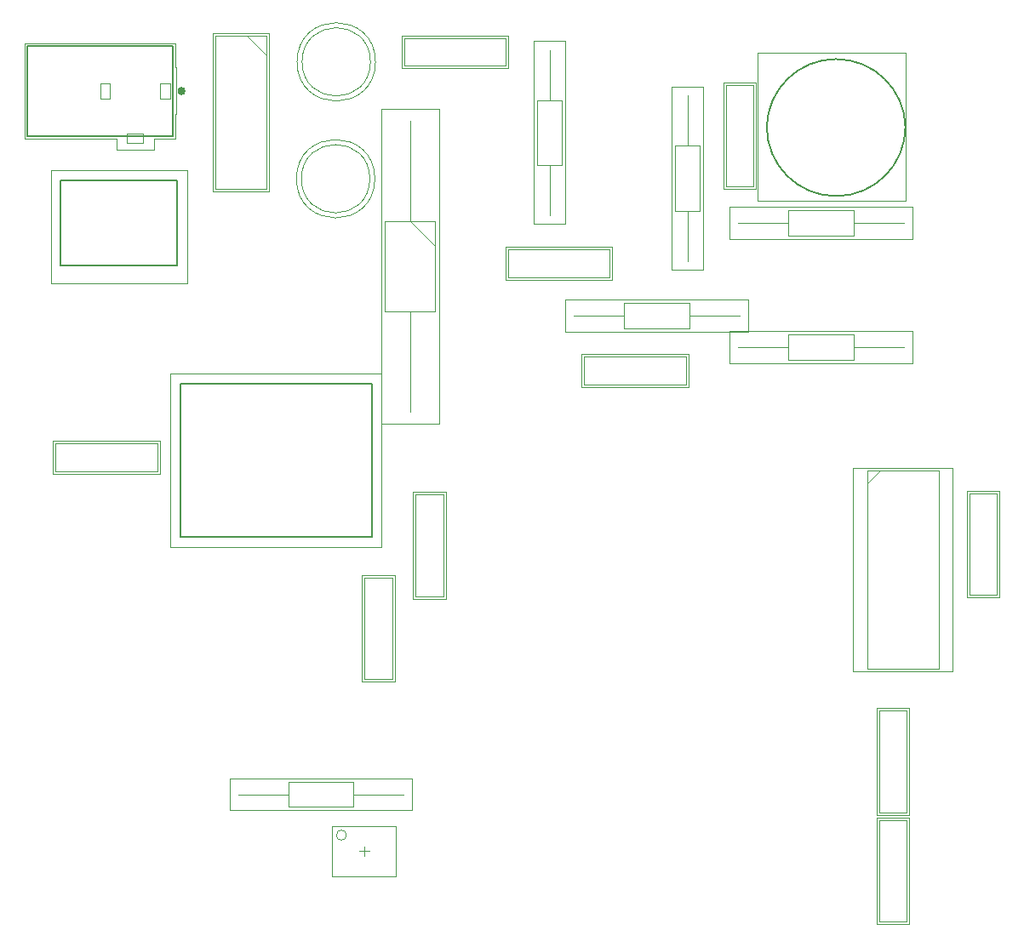
<source format=gbo>
G04*
G04 #@! TF.GenerationSoftware,Altium Limited,Altium Designer,18.0.9 (584)*
G04*
G04 Layer_Color=32896*
%FSLAX44Y44*%
%MOMM*%
G71*
G01*
G75*
%ADD10C,0.2000*%
%ADD11C,0.1000*%
%ADD14C,0.1270*%
%ADD15C,0.4000*%
%ADD18C,0.0001*%
%ADD19C,0.0500*%
D10*
X994720Y1150620D02*
G03*
X1132620Y1150620I68950J0D01*
G01*
D02*
G03*
X994720Y1150620I-68950J-1530D01*
G01*
X292520Y1012510D02*
Y1097510D01*
X408520D01*
Y1012510D02*
Y1097510D01*
X292520Y1012510D02*
X408520D01*
X601730Y742760D02*
Y894760D01*
X411730D02*
X601730D01*
X411730Y742760D02*
Y894760D01*
Y742760D02*
X601730D01*
D11*
X600500Y1215245D02*
G03*
X600500Y1215245I-34000J0D01*
G01*
X599875Y1098945D02*
G03*
X599875Y1098945I-34000J0D01*
G01*
X576630Y445760D02*
G03*
X576630Y445760I-5000J0D01*
G01*
X388370Y807990D02*
Y835390D01*
X287270Y807990D02*
X388370D01*
X287270D02*
Y835390D01*
X388370D01*
X1106540Y569710D02*
X1133940D01*
Y468610D02*
Y569710D01*
X1106540Y468610D02*
X1133940D01*
X1106540D02*
Y569710D01*
X813050Y894350D02*
Y921750D01*
X914150D01*
Y894350D02*
Y921750D01*
X813050Y894350D02*
X914150D01*
X594630Y600892D02*
X622030D01*
X594630D02*
Y701992D01*
X622030D01*
Y600892D02*
Y701992D01*
X735160Y1211670D02*
Y1239070D01*
X634060Y1211670D02*
X735160D01*
X634060D02*
Y1239070D01*
X735160D01*
X954040Y1192309D02*
X981440D01*
Y1091209D02*
Y1192309D01*
X954040Y1091209D02*
X981440D01*
X954040D02*
Y1192309D01*
X838255Y1001030D02*
Y1028430D01*
X737155Y1001030D02*
X838255D01*
X737155D02*
Y1028430D01*
X838255D01*
X1196184Y785680D02*
X1223584D01*
Y684580D02*
Y785680D01*
X1196184Y684580D02*
X1223584D01*
X1196184D02*
Y785680D01*
X1106440Y359660D02*
X1133840D01*
X1106440D02*
Y460760D01*
X1133840D01*
Y359660D02*
Y460760D01*
X645430Y683510D02*
X672830D01*
X645430D02*
Y784610D01*
X672830D01*
Y683510D02*
Y784610D01*
X1094420Y808380D02*
X1165520D01*
Y611480D02*
Y808380D01*
X1094420Y611480D02*
X1165520D01*
X1094420D02*
Y808380D01*
Y795680D02*
X1107120Y808380D01*
X496680Y1088645D02*
Y1241045D01*
X445880Y1088645D02*
X496680D01*
X445880D02*
Y1241045D01*
X496680D01*
X477430D02*
X496680Y1221795D01*
X640080Y866970D02*
Y966970D01*
Y1056970D02*
Y1156970D01*
Y1056970D02*
X665100Y1031950D01*
X615050Y1056970D02*
X665100D01*
X615050Y966970D02*
Y1056970D01*
Y966970D02*
X665100D01*
Y1056970D01*
X791090Y1112245D02*
Y1177245D01*
X766090Y1112245D02*
X791090D01*
X766090D02*
Y1177245D01*
X791090D01*
X778590D02*
Y1227245D01*
Y1062245D02*
Y1112245D01*
X903250Y1066734D02*
Y1131734D01*
X928250D01*
Y1066734D02*
Y1131734D01*
X903250Y1066734D02*
X928250D01*
X915750Y1016734D02*
Y1066734D01*
Y1131734D02*
Y1181734D01*
X518730Y473910D02*
X583730D01*
X518730D02*
Y498910D01*
X583730D01*
Y473910D02*
Y498910D01*
Y486410D02*
X633730D01*
X468730D02*
X518730D01*
X1016199Y943796D02*
X1081199D01*
Y918796D02*
Y943796D01*
X1016199Y918796D02*
X1081199D01*
X1016199D02*
Y943796D01*
X966199Y931296D02*
X1016199D01*
X1081199D02*
X1131199D01*
X1016199Y1067689D02*
X1081199D01*
Y1042689D02*
Y1067689D01*
X1016199Y1042689D02*
X1081199D01*
X1016199D02*
Y1067689D01*
X966199Y1055189D02*
X1016199D01*
X1081199D02*
X1131199D01*
X852640Y975160D02*
X917640D01*
Y950160D02*
Y975160D01*
X852640Y950160D02*
X917640D01*
X852640D02*
Y975160D01*
X802640Y962660D02*
X852640D01*
X917640D02*
X967640D01*
X562630Y404760D02*
X625630D01*
X562630Y454760D02*
X625630D01*
Y404760D02*
Y454760D01*
X562630Y404760D02*
Y454760D01*
X985380Y1076670D02*
X1133280D01*
Y1224570D01*
X985380D02*
X1133280D01*
X985380Y1076670D02*
Y1224570D01*
X282520Y994510D02*
Y1107510D01*
X418520D01*
Y994510D02*
Y1107510D01*
X282520Y994510D02*
X418520D01*
X611730Y732760D02*
Y904760D01*
X401730D02*
X611730D01*
X401730Y732760D02*
Y904760D01*
Y732760D02*
X611730D01*
X594130Y424760D02*
Y434760D01*
X589130Y429760D02*
X599130D01*
D14*
X259550Y1141180D02*
Y1231180D01*
X403550Y1141180D02*
Y1231180D01*
X259550D02*
X403550D01*
X259550Y1141180D02*
X403550D01*
X259550D02*
Y1231180D01*
X403550Y1141180D02*
Y1231180D01*
X259550D02*
X403550D01*
X259550Y1141180D02*
X403550D01*
X259550D02*
Y1231180D01*
X403550D01*
X385050Y1141180D02*
X403550D01*
Y1201680D02*
Y1231180D01*
X259550Y1141180D02*
X349050D01*
X403550D02*
Y1171680D01*
D15*
X414550Y1186180D02*
G03*
X414550Y1186180I-2000J0D01*
G01*
D18*
X358550Y1144180D02*
X374550D01*
X358550Y1134180D02*
Y1144180D01*
Y1134180D02*
X374550D01*
Y1144180D01*
X331550Y1178180D02*
Y1194180D01*
Y1178180D02*
X341550D01*
Y1194180D01*
X331550D02*
X341550D01*
X391550Y1178180D02*
Y1194180D01*
Y1178180D02*
X401550D01*
Y1194180D01*
X391550D02*
X401550D01*
D19*
X605500Y1215245D02*
G03*
X605500Y1215245I-39000J0D01*
G01*
X604875Y1098945D02*
G03*
X604875Y1098945I-39000J0D01*
G01*
X390870Y805490D02*
Y837890D01*
X284770Y805490D02*
X390870D01*
X284770D02*
Y837890D01*
X390870D01*
X1104040Y572210D02*
X1136440D01*
Y466110D02*
Y572210D01*
X1104040Y466110D02*
X1136440D01*
X1104040D02*
Y572210D01*
X810550Y891850D02*
Y924250D01*
X916650D01*
Y891850D02*
Y924250D01*
X810550Y891850D02*
X916650D01*
X592130Y598392D02*
X624530D01*
X592130D02*
Y704492D01*
X624530D01*
Y598392D02*
Y704492D01*
X737660Y1209170D02*
Y1241570D01*
X631560Y1209170D02*
X737660D01*
X631560D02*
Y1241570D01*
X737660D01*
X951540Y1194809D02*
X983940D01*
Y1088709D02*
Y1194809D01*
X951540Y1088709D02*
X983940D01*
X951540D02*
Y1194809D01*
X840755Y998530D02*
Y1030930D01*
X734655Y998530D02*
X840755D01*
X734655D02*
Y1030930D01*
X840755D01*
X1193684Y788180D02*
X1226084D01*
Y682080D02*
Y788180D01*
X1193684Y682080D02*
X1226084D01*
X1193684D02*
Y788180D01*
X1103940Y357160D02*
X1136340D01*
X1103940D02*
Y463260D01*
X1136340D01*
Y357160D02*
Y463260D01*
X642930Y681010D02*
X675330D01*
X642930D02*
Y787110D01*
X675330D01*
Y681010D02*
Y787110D01*
X1080370Y810880D02*
X1179570D01*
Y608980D02*
Y810880D01*
X1080370Y608980D02*
X1179570D01*
X1080370D02*
Y810880D01*
X499180Y1086145D02*
Y1243545D01*
X443380Y1086145D02*
X499180D01*
X443380D02*
Y1243545D01*
X499180D01*
X611550Y1168850D02*
X668600D01*
X611550Y855100D02*
Y1168850D01*
Y855100D02*
X668600D01*
Y1168850D01*
X794590Y1053745D02*
Y1235745D01*
X762590Y1053745D02*
X794590D01*
X762590D02*
Y1235745D01*
X794590D01*
X899750Y1008234D02*
Y1190234D01*
X931750D01*
Y1008234D02*
Y1190234D01*
X899750Y1008234D02*
X931750D01*
X460230Y470410D02*
X642230D01*
X460230D02*
Y502410D01*
X642230D01*
Y470410D02*
Y502410D01*
X957699Y947296D02*
X1139699D01*
Y915296D02*
Y947296D01*
X957699Y915296D02*
X1139699D01*
X957699D02*
Y947296D01*
Y1071189D02*
X1139699D01*
Y1039189D02*
Y1071189D01*
X957699Y1039189D02*
X1139699D01*
X957699D02*
Y1071189D01*
X794140Y978660D02*
X976140D01*
Y946660D02*
Y978660D01*
X794140Y946660D02*
X976140D01*
X794140D02*
Y978660D01*
X406050Y1209680D02*
X407050D01*
Y1163680D02*
Y1209680D01*
X406050Y1163680D02*
X407050D01*
X406050Y1138680D02*
Y1163680D01*
Y1209680D02*
Y1233680D01*
X256550D02*
X406050D01*
X256550Y1138680D02*
Y1233680D01*
Y1138680D02*
X348050D01*
Y1128180D02*
Y1138680D01*
Y1128180D02*
X385050D01*
Y1138680D01*
X406050D01*
M02*

</source>
